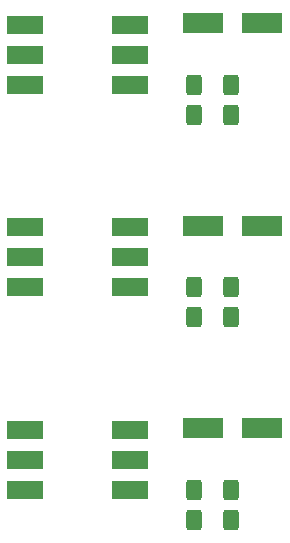
<source format=gbr>
%TF.GenerationSoftware,KiCad,Pcbnew,(6.0.10)*%
%TF.CreationDate,2023-02-08T12:55:30+07:00*%
%TF.ProjectId,3_phase_firing,335f7068-6173-4655-9f66-6972696e672e,rev?*%
%TF.SameCoordinates,Original*%
%TF.FileFunction,Paste,Bot*%
%TF.FilePolarity,Positive*%
%FSLAX46Y46*%
G04 Gerber Fmt 4.6, Leading zero omitted, Abs format (unit mm)*
G04 Created by KiCad (PCBNEW (6.0.10)) date 2023-02-08 12:55:30*
%MOMM*%
%LPD*%
G01*
G04 APERTURE LIST*
G04 Aperture macros list*
%AMRoundRect*
0 Rectangle with rounded corners*
0 $1 Rounding radius*
0 $2 $3 $4 $5 $6 $7 $8 $9 X,Y pos of 4 corners*
0 Add a 4 corners polygon primitive as box body*
4,1,4,$2,$3,$4,$5,$6,$7,$8,$9,$2,$3,0*
0 Add four circle primitives for the rounded corners*
1,1,$1+$1,$2,$3*
1,1,$1+$1,$4,$5*
1,1,$1+$1,$6,$7*
1,1,$1+$1,$8,$9*
0 Add four rect primitives between the rounded corners*
20,1,$1+$1,$2,$3,$4,$5,0*
20,1,$1+$1,$4,$5,$6,$7,0*
20,1,$1+$1,$6,$7,$8,$9,0*
20,1,$1+$1,$8,$9,$2,$3,0*%
G04 Aperture macros list end*
%ADD10R,3.100000X1.600000*%
%ADD11RoundRect,0.250000X0.400000X0.625000X-0.400000X0.625000X-0.400000X-0.625000X0.400000X-0.625000X0*%
%ADD12R,3.500000X1.800000*%
G04 APERTURE END LIST*
D10*
%TO.C,U10*%
X170735000Y-83710000D03*
X170735000Y-81170000D03*
X170735000Y-78630000D03*
X179625000Y-78630000D03*
X179625000Y-81170000D03*
X179625000Y-83710000D03*
%TD*%
D11*
%TO.C,R31*%
X188160000Y-66565000D03*
X185060000Y-66565000D03*
%TD*%
D12*
%TO.C,D9*%
X185801000Y-78503000D03*
X190801000Y-78503000D03*
%TD*%
D11*
%TO.C,R35*%
X188160000Y-86250000D03*
X185060000Y-86250000D03*
%TD*%
D12*
%TO.C,D10*%
X185801000Y-95648000D03*
X190801000Y-95648000D03*
%TD*%
D10*
%TO.C,U12*%
X170735000Y-100855000D03*
X170735000Y-98315000D03*
X170735000Y-95775000D03*
X179625000Y-95775000D03*
X179625000Y-98315000D03*
X179625000Y-100855000D03*
%TD*%
D11*
%TO.C,R30*%
X188160000Y-69105000D03*
X185060000Y-69105000D03*
%TD*%
%TO.C,R34*%
X188160000Y-83710000D03*
X185060000Y-83710000D03*
%TD*%
%TO.C,R38*%
X188160000Y-100855000D03*
X185060000Y-100855000D03*
%TD*%
D12*
%TO.C,D8*%
X185801000Y-61358000D03*
X190801000Y-61358000D03*
%TD*%
D11*
%TO.C,R39*%
X188160000Y-103395000D03*
X185060000Y-103395000D03*
%TD*%
D10*
%TO.C,U8*%
X170735000Y-66565000D03*
X170735000Y-64025000D03*
X170735000Y-61485000D03*
X179625000Y-61485000D03*
X179625000Y-64025000D03*
X179625000Y-66565000D03*
%TD*%
M02*

</source>
